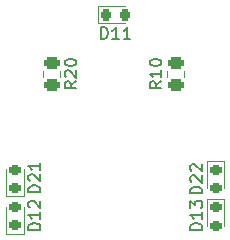
<source format=gto>
G04 #@! TF.GenerationSoftware,KiCad,Pcbnew,(6.0.0)*
G04 #@! TF.CreationDate,2021-12-31T14:26:10+01:00*
G04 #@! TF.ProjectId,marklin-v100-led-front-pcb,6d61726b-6c69-46e2-9d76-3130302d6c65,0.1*
G04 #@! TF.SameCoordinates,Original*
G04 #@! TF.FileFunction,Legend,Top*
G04 #@! TF.FilePolarity,Positive*
%FSLAX46Y46*%
G04 Gerber Fmt 4.6, Leading zero omitted, Abs format (unit mm)*
G04 Created by KiCad (PCBNEW (6.0.0)) date 2021-12-31 14:26:10*
%MOMM*%
%LPD*%
G01*
G04 APERTURE LIST*
G04 Aperture macros list*
%AMRoundRect*
0 Rectangle with rounded corners*
0 $1 Rounding radius*
0 $2 $3 $4 $5 $6 $7 $8 $9 X,Y pos of 4 corners*
0 Add a 4 corners polygon primitive as box body*
4,1,4,$2,$3,$4,$5,$6,$7,$8,$9,$2,$3,0*
0 Add four circle primitives for the rounded corners*
1,1,$1+$1,$2,$3*
1,1,$1+$1,$4,$5*
1,1,$1+$1,$6,$7*
1,1,$1+$1,$8,$9*
0 Add four rect primitives between the rounded corners*
20,1,$1+$1,$2,$3,$4,$5,0*
20,1,$1+$1,$4,$5,$6,$7,0*
20,1,$1+$1,$6,$7,$8,$9,0*
20,1,$1+$1,$8,$9,$2,$3,0*%
G04 Aperture macros list end*
%ADD10C,0.150000*%
%ADD11C,0.120000*%
%ADD12RoundRect,0.250000X-0.450000X0.262500X-0.450000X-0.262500X0.450000X-0.262500X0.450000X0.262500X0*%
%ADD13RoundRect,0.218750X-0.218750X-0.256250X0.218750X-0.256250X0.218750X0.256250X-0.218750X0.256250X0*%
%ADD14RoundRect,0.218750X0.256250X-0.218750X0.256250X0.218750X-0.256250X0.218750X-0.256250X-0.218750X0*%
%ADD15RoundRect,0.218750X-0.256250X0.218750X-0.256250X-0.218750X0.256250X-0.218750X0.256250X0.218750X0*%
%ADD16RoundRect,0.250000X0.450000X-0.262500X0.450000X0.262500X-0.450000X0.262500X-0.450000X-0.262500X0*%
G04 APERTURE END LIST*
D10*
X100742380Y-66800357D02*
X100266190Y-67133690D01*
X100742380Y-67371785D02*
X99742380Y-67371785D01*
X99742380Y-66990833D01*
X99790000Y-66895595D01*
X99837619Y-66847976D01*
X99932857Y-66800357D01*
X100075714Y-66800357D01*
X100170952Y-66847976D01*
X100218571Y-66895595D01*
X100266190Y-66990833D01*
X100266190Y-67371785D01*
X99837619Y-66419404D02*
X99790000Y-66371785D01*
X99742380Y-66276547D01*
X99742380Y-66038452D01*
X99790000Y-65943214D01*
X99837619Y-65895595D01*
X99932857Y-65847976D01*
X100028095Y-65847976D01*
X100170952Y-65895595D01*
X100742380Y-66467023D01*
X100742380Y-65847976D01*
X99742380Y-65228928D02*
X99742380Y-65133690D01*
X99790000Y-65038452D01*
X99837619Y-64990833D01*
X99932857Y-64943214D01*
X100123333Y-64895595D01*
X100361428Y-64895595D01*
X100551904Y-64943214D01*
X100647142Y-64990833D01*
X100694761Y-65038452D01*
X100742380Y-65133690D01*
X100742380Y-65228928D01*
X100694761Y-65324166D01*
X100647142Y-65371785D01*
X100551904Y-65419404D01*
X100361428Y-65467023D01*
X100123333Y-65467023D01*
X99932857Y-65419404D01*
X99837619Y-65371785D01*
X99790000Y-65324166D01*
X99742380Y-65228928D01*
X102838214Y-63209880D02*
X102838214Y-62209880D01*
X103076309Y-62209880D01*
X103219166Y-62257500D01*
X103314404Y-62352738D01*
X103362023Y-62447976D01*
X103409642Y-62638452D01*
X103409642Y-62781309D01*
X103362023Y-62971785D01*
X103314404Y-63067023D01*
X103219166Y-63162261D01*
X103076309Y-63209880D01*
X102838214Y-63209880D01*
X104362023Y-63209880D02*
X103790595Y-63209880D01*
X104076309Y-63209880D02*
X104076309Y-62209880D01*
X103981071Y-62352738D01*
X103885833Y-62447976D01*
X103790595Y-62495595D01*
X105314404Y-63209880D02*
X104742976Y-63209880D01*
X105028690Y-63209880D02*
X105028690Y-62209880D01*
X104933452Y-62352738D01*
X104838214Y-62447976D01*
X104742976Y-62495595D01*
X97692380Y-76171785D02*
X96692380Y-76171785D01*
X96692380Y-75933690D01*
X96740000Y-75790833D01*
X96835238Y-75695595D01*
X96930476Y-75647976D01*
X97120952Y-75600357D01*
X97263809Y-75600357D01*
X97454285Y-75647976D01*
X97549523Y-75695595D01*
X97644761Y-75790833D01*
X97692380Y-75933690D01*
X97692380Y-76171785D01*
X96787619Y-75219404D02*
X96740000Y-75171785D01*
X96692380Y-75076547D01*
X96692380Y-74838452D01*
X96740000Y-74743214D01*
X96787619Y-74695595D01*
X96882857Y-74647976D01*
X96978095Y-74647976D01*
X97120952Y-74695595D01*
X97692380Y-75267023D01*
X97692380Y-74647976D01*
X97692380Y-73695595D02*
X97692380Y-74267023D01*
X97692380Y-73981309D02*
X96692380Y-73981309D01*
X96835238Y-74076547D01*
X96930476Y-74171785D01*
X96978095Y-74267023D01*
X111392380Y-76271785D02*
X110392380Y-76271785D01*
X110392380Y-76033690D01*
X110440000Y-75890833D01*
X110535238Y-75795595D01*
X110630476Y-75747976D01*
X110820952Y-75700357D01*
X110963809Y-75700357D01*
X111154285Y-75747976D01*
X111249523Y-75795595D01*
X111344761Y-75890833D01*
X111392380Y-76033690D01*
X111392380Y-76271785D01*
X110487619Y-75319404D02*
X110440000Y-75271785D01*
X110392380Y-75176547D01*
X110392380Y-74938452D01*
X110440000Y-74843214D01*
X110487619Y-74795595D01*
X110582857Y-74747976D01*
X110678095Y-74747976D01*
X110820952Y-74795595D01*
X111392380Y-75367023D01*
X111392380Y-74747976D01*
X110487619Y-74367023D02*
X110440000Y-74319404D01*
X110392380Y-74224166D01*
X110392380Y-73986071D01*
X110440000Y-73890833D01*
X110487619Y-73843214D01*
X110582857Y-73795595D01*
X110678095Y-73795595D01*
X110820952Y-73843214D01*
X111392380Y-74414642D01*
X111392380Y-73795595D01*
X97692380Y-79371785D02*
X96692380Y-79371785D01*
X96692380Y-79133690D01*
X96740000Y-78990833D01*
X96835238Y-78895595D01*
X96930476Y-78847976D01*
X97120952Y-78800357D01*
X97263809Y-78800357D01*
X97454285Y-78847976D01*
X97549523Y-78895595D01*
X97644761Y-78990833D01*
X97692380Y-79133690D01*
X97692380Y-79371785D01*
X97692380Y-77847976D02*
X97692380Y-78419404D01*
X97692380Y-78133690D02*
X96692380Y-78133690D01*
X96835238Y-78228928D01*
X96930476Y-78324166D01*
X96978095Y-78419404D01*
X96787619Y-77467023D02*
X96740000Y-77419404D01*
X96692380Y-77324166D01*
X96692380Y-77086071D01*
X96740000Y-76990833D01*
X96787619Y-76943214D01*
X96882857Y-76895595D01*
X96978095Y-76895595D01*
X97120952Y-76943214D01*
X97692380Y-77514642D01*
X97692380Y-76895595D01*
X111392380Y-79371785D02*
X110392380Y-79371785D01*
X110392380Y-79133690D01*
X110440000Y-78990833D01*
X110535238Y-78895595D01*
X110630476Y-78847976D01*
X110820952Y-78800357D01*
X110963809Y-78800357D01*
X111154285Y-78847976D01*
X111249523Y-78895595D01*
X111344761Y-78990833D01*
X111392380Y-79133690D01*
X111392380Y-79371785D01*
X111392380Y-77847976D02*
X111392380Y-78419404D01*
X111392380Y-78133690D02*
X110392380Y-78133690D01*
X110535238Y-78228928D01*
X110630476Y-78324166D01*
X110678095Y-78419404D01*
X110392380Y-77514642D02*
X110392380Y-76895595D01*
X110773333Y-77228928D01*
X110773333Y-77086071D01*
X110820952Y-76990833D01*
X110868571Y-76943214D01*
X110963809Y-76895595D01*
X111201904Y-76895595D01*
X111297142Y-76943214D01*
X111344761Y-76990833D01*
X111392380Y-77086071D01*
X111392380Y-77371785D01*
X111344761Y-77467023D01*
X111297142Y-77514642D01*
X107942380Y-66800357D02*
X107466190Y-67133690D01*
X107942380Y-67371785D02*
X106942380Y-67371785D01*
X106942380Y-66990833D01*
X106990000Y-66895595D01*
X107037619Y-66847976D01*
X107132857Y-66800357D01*
X107275714Y-66800357D01*
X107370952Y-66847976D01*
X107418571Y-66895595D01*
X107466190Y-66990833D01*
X107466190Y-67371785D01*
X107942380Y-65847976D02*
X107942380Y-66419404D01*
X107942380Y-66133690D02*
X106942380Y-66133690D01*
X107085238Y-66228928D01*
X107180476Y-66324166D01*
X107228095Y-66419404D01*
X106942380Y-65228928D02*
X106942380Y-65133690D01*
X106990000Y-65038452D01*
X107037619Y-64990833D01*
X107132857Y-64943214D01*
X107323333Y-64895595D01*
X107561428Y-64895595D01*
X107751904Y-64943214D01*
X107847142Y-64990833D01*
X107894761Y-65038452D01*
X107942380Y-65133690D01*
X107942380Y-65228928D01*
X107894761Y-65324166D01*
X107847142Y-65371785D01*
X107751904Y-65419404D01*
X107561428Y-65467023D01*
X107323333Y-65467023D01*
X107132857Y-65419404D01*
X107037619Y-65371785D01*
X106990000Y-65324166D01*
X106942380Y-65228928D01*
D11*
X99375000Y-65930436D02*
X99375000Y-66384564D01*
X97905000Y-65930436D02*
X97905000Y-66384564D01*
X102567500Y-61892500D02*
X104852500Y-61892500D01*
X104852500Y-60422500D02*
X102567500Y-60422500D01*
X102567500Y-60422500D02*
X102567500Y-61892500D01*
X94805000Y-74245000D02*
X94805000Y-76530000D01*
X94805000Y-76530000D02*
X96275000Y-76530000D01*
X96275000Y-76530000D02*
X96275000Y-74245000D01*
X113275000Y-73572500D02*
X111805000Y-73572500D01*
X111805000Y-73572500D02*
X111805000Y-75857500D01*
X113275000Y-75857500D02*
X113275000Y-73572500D01*
X94805000Y-79680000D02*
X96275000Y-79680000D01*
X94805000Y-77395000D02*
X94805000Y-79680000D01*
X96275000Y-79680000D02*
X96275000Y-77395000D01*
X113275000Y-76772500D02*
X111805000Y-76772500D01*
X113275000Y-79057500D02*
X113275000Y-76772500D01*
X111805000Y-76772500D02*
X111805000Y-79057500D01*
X108405000Y-66384564D02*
X108405000Y-65930436D01*
X109875000Y-66384564D02*
X109875000Y-65930436D01*
%LPC*%
D12*
X98640000Y-65245000D03*
X98640000Y-67070000D03*
D13*
X103265000Y-61157500D03*
X104840000Y-61157500D03*
D14*
X95540000Y-75832500D03*
X95540000Y-74257500D03*
D15*
X112540000Y-74270000D03*
X112540000Y-75845000D03*
D14*
X95540000Y-78982500D03*
X95540000Y-77407500D03*
D15*
X112540000Y-77470000D03*
X112540000Y-79045000D03*
D16*
X109140000Y-67070000D03*
X109140000Y-65245000D03*
M02*

</source>
